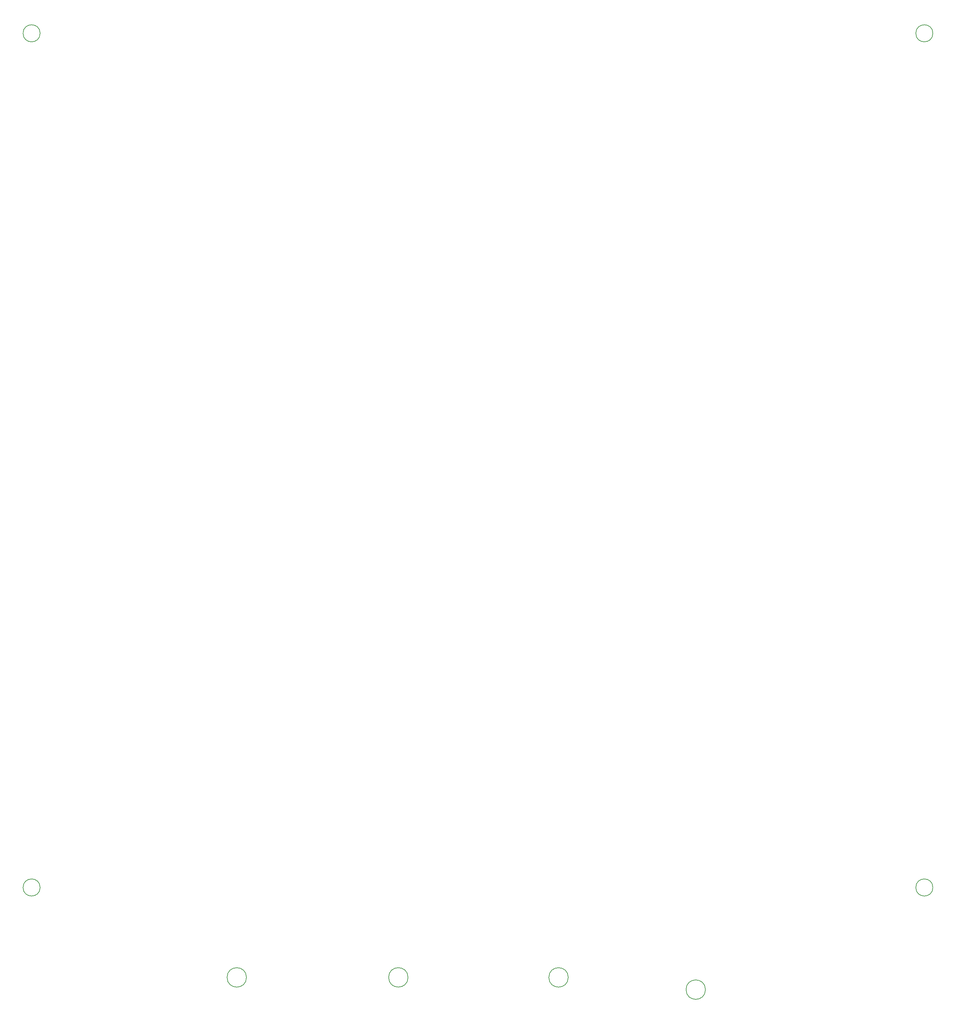
<source format=gbr>
G04 #@! TF.GenerationSoftware,KiCad,Pcbnew,(6.0.4-0)*
G04 #@! TF.CreationDate,2023-02-17T12:35:34-08:00*
G04 #@! TF.ProjectId,stripline_anode,73747269-706c-4696-9e65-5f616e6f6465,1a*
G04 #@! TF.SameCoordinates,Original*
G04 #@! TF.FileFunction,Other,Comment*
%FSLAX46Y46*%
G04 Gerber Fmt 4.6, Leading zero omitted, Abs format (unit mm)*
G04 Created by KiCad (PCBNEW (6.0.4-0)) date 2023-02-17 12:35:34*
%MOMM*%
%LPD*%
G01*
G04 APERTURE LIST*
%ADD10C,0.150000*%
G04 APERTURE END LIST*
D10*
X161588379Y-127840750D02*
G75*
G03*
X161588379Y-127840750I-2200000J0D01*
G01*
X161588379Y-347840750D02*
G75*
G03*
X161588379Y-347840750I-2200000J0D01*
G01*
X391588379Y-347840750D02*
G75*
G03*
X391588379Y-347840750I-2200000J0D01*
G01*
X391588379Y-127840750D02*
G75*
G03*
X391588379Y-127840750I-2200000J0D01*
G01*
X297643500Y-370995500D02*
G75*
G03*
X297643500Y-370995500I-2500000J0D01*
G01*
X332993500Y-374145500D02*
G75*
G03*
X332993500Y-374145500I-2500000J0D01*
G01*
X214743500Y-370995500D02*
G75*
G03*
X214743500Y-370995500I-2500000J0D01*
G01*
X256368500Y-370995500D02*
G75*
G03*
X256368500Y-370995500I-2500000J0D01*
G01*
M02*

</source>
